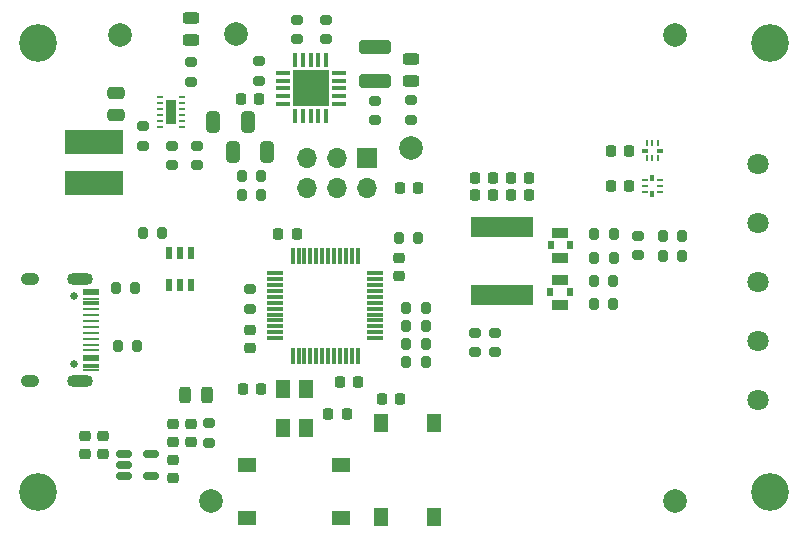
<source format=gbr>
%TF.GenerationSoftware,KiCad,Pcbnew,8.0.5*%
%TF.CreationDate,2024-10-07T09:03:38+02:00*%
%TF.ProjectId,ADC_Klipper_Board,4144435f-4b6c-4697-9070-65725f426f61,rev?*%
%TF.SameCoordinates,Original*%
%TF.FileFunction,Soldermask,Top*%
%TF.FilePolarity,Negative*%
%FSLAX46Y46*%
G04 Gerber Fmt 4.6, Leading zero omitted, Abs format (unit mm)*
G04 Created by KiCad (PCBNEW 8.0.5) date 2024-10-07 09:03:38*
%MOMM*%
%LPD*%
G01*
G04 APERTURE LIST*
G04 Aperture macros list*
%AMRoundRect*
0 Rectangle with rounded corners*
0 $1 Rounding radius*
0 $2 $3 $4 $5 $6 $7 $8 $9 X,Y pos of 4 corners*
0 Add a 4 corners polygon primitive as box body*
4,1,4,$2,$3,$4,$5,$6,$7,$8,$9,$2,$3,0*
0 Add four circle primitives for the rounded corners*
1,1,$1+$1,$2,$3*
1,1,$1+$1,$4,$5*
1,1,$1+$1,$6,$7*
1,1,$1+$1,$8,$9*
0 Add four rect primitives between the rounded corners*
20,1,$1+$1,$2,$3,$4,$5,0*
20,1,$1+$1,$4,$5,$6,$7,0*
20,1,$1+$1,$6,$7,$8,$9,0*
20,1,$1+$1,$8,$9,$2,$3,0*%
G04 Aperture macros list end*
%ADD10C,3.200000*%
%ADD11RoundRect,0.225000X0.225000X0.250000X-0.225000X0.250000X-0.225000X-0.250000X0.225000X-0.250000X0*%
%ADD12RoundRect,0.200000X-0.275000X0.200000X-0.275000X-0.200000X0.275000X-0.200000X0.275000X0.200000X0*%
%ADD13RoundRect,0.200000X0.200000X0.275000X-0.200000X0.275000X-0.200000X-0.275000X0.200000X-0.275000X0*%
%ADD14RoundRect,0.200000X-0.200000X-0.275000X0.200000X-0.275000X0.200000X0.275000X-0.200000X0.275000X0*%
%ADD15RoundRect,0.200000X0.275000X-0.200000X0.275000X0.200000X-0.275000X0.200000X-0.275000X-0.200000X0*%
%ADD16RoundRect,0.225000X0.250000X-0.225000X0.250000X0.225000X-0.250000X0.225000X-0.250000X-0.225000X0*%
%ADD17C,2.000000*%
%ADD18RoundRect,0.225000X-0.250000X0.225000X-0.250000X-0.225000X0.250000X-0.225000X0.250000X0.225000X0*%
%ADD19RoundRect,0.250000X-0.325000X-0.650000X0.325000X-0.650000X0.325000X0.650000X-0.325000X0.650000X0*%
%ADD20R,0.249999X0.549999*%
%ADD21R,0.200000X0.549999*%
%ADD22R,0.599999X0.299999*%
%ADD23RoundRect,0.225000X-0.225000X-0.250000X0.225000X-0.250000X0.225000X0.250000X-0.225000X0.250000X0*%
%ADD24RoundRect,0.243750X-0.456250X0.243750X-0.456250X-0.243750X0.456250X-0.243750X0.456250X0.243750X0*%
%ADD25R,1.549400X1.295400*%
%ADD26R,0.499999X0.249999*%
%ADD27R,0.900001X2.000001*%
%ADD28C,0.482600*%
%ADD29R,0.549999X0.249999*%
%ADD30R,0.549999X0.200000*%
%ADD31R,0.299999X0.599999*%
%ADD32RoundRect,0.076750X0.230250X-0.810250X0.230250X0.810250X-0.230250X0.810250X-0.230250X-0.810250X0*%
%ADD33R,1.473200X0.863600*%
%ADD34R,0.533400X0.685800*%
%ADD35C,1.803400*%
%ADD36R,0.558800X0.977900*%
%ADD37R,0.300000X1.475000*%
%ADD38R,1.475000X0.300000*%
%ADD39R,4.900001X2.100000*%
%ADD40RoundRect,0.250000X0.325000X0.650000X-0.325000X0.650000X-0.325000X-0.650000X0.325000X-0.650000X0*%
%ADD41RoundRect,0.250000X1.100000X-0.325000X1.100000X0.325000X-1.100000X0.325000X-1.100000X-0.325000X0*%
%ADD42C,0.670000*%
%ADD43R,1.450000X0.250000*%
%ADD44R,1.450000X0.300000*%
%ADD45RoundRect,0.500000X-0.600000X0.000010X-0.600000X-0.000010X0.600000X-0.000010X0.600000X0.000010X0*%
%ADD46RoundRect,0.500000X-0.300000X0.000010X-0.300000X-0.000010X0.300000X-0.000010X0.300000X0.000010X0*%
%ADD47R,1.295400X1.549400*%
%ADD48R,1.700000X1.700000*%
%ADD49O,1.700000X1.700000*%
%ADD50R,1.300000X1.600000*%
%ADD51RoundRect,0.150000X-0.512500X-0.150000X0.512500X-0.150000X0.512500X0.150000X-0.512500X0.150000X0*%
%ADD52RoundRect,0.243750X-0.243750X-0.456250X0.243750X-0.456250X0.243750X0.456250X-0.243750X0.456250X0*%
%ADD53R,1.207120X0.315831*%
%ADD54R,0.315831X1.207120*%
%ADD55R,3.149999X3.149999*%
%ADD56RoundRect,0.250000X0.475000X-0.250000X0.475000X0.250000X-0.475000X0.250000X-0.475000X-0.250000X0*%
G04 APERTURE END LIST*
D10*
%TO.C,H3*%
X97050000Y-94725000D03*
%TD*%
D11*
%TO.C,C14*%
X124165000Y-85400000D03*
X122615000Y-85400000D03*
%TD*%
D12*
%TO.C,R2*%
X110490000Y-65415000D03*
X110490000Y-67065000D03*
%TD*%
D13*
%TO.C,R12*%
X105250000Y-77450000D03*
X103600000Y-77450000D03*
%TD*%
D11*
%TO.C,C11*%
X123175000Y-88100000D03*
X121625000Y-88100000D03*
%TD*%
D14*
%TO.C,R11*%
X127588000Y-73200001D03*
X129238000Y-73200001D03*
%TD*%
%TO.C,R23*%
X128215000Y-79175001D03*
X129865000Y-79175001D03*
%TD*%
D15*
%TO.C,R1*%
X105950000Y-65410000D03*
X105950000Y-63760000D03*
%TD*%
D12*
%TO.C,R7*%
X115750000Y-58275000D03*
X115750000Y-59925000D03*
%TD*%
D16*
%TO.C,C4*%
X108500000Y-93575000D03*
X108500000Y-92025000D03*
%TD*%
D17*
%TO.C,TP2*%
X128600000Y-65600000D03*
%TD*%
D18*
%TO.C,C16*%
X127638000Y-74925001D03*
X127638000Y-76475001D03*
%TD*%
D12*
%TO.C,R3*%
X108400000Y-65400000D03*
X108400000Y-67050000D03*
%TD*%
D19*
%TO.C,C7*%
X111860000Y-63420000D03*
X114810000Y-63420000D03*
%TD*%
D20*
%TO.C,U5*%
X149559998Y-65182500D03*
D21*
X149059999Y-65182500D03*
D20*
X148560000Y-65182500D03*
D22*
X148409998Y-65832501D03*
D20*
X148560000Y-66482502D03*
D21*
X149059999Y-66482502D03*
D20*
X149559998Y-66482502D03*
D22*
X149710000Y-65832501D03*
%TD*%
D11*
%TO.C,C15*%
X127687002Y-86850000D03*
X126137002Y-86850000D03*
%TD*%
D23*
%TO.C,C17*%
X117375000Y-72860000D03*
X118925000Y-72860000D03*
%TD*%
D14*
%TO.C,R29*%
X144078401Y-78841599D03*
X145728401Y-78841599D03*
%TD*%
D24*
%TO.C,D3*%
X110000000Y-54625000D03*
X110000000Y-56500000D03*
%TD*%
D15*
%TO.C,R8*%
X118960000Y-56400001D03*
X118960000Y-54750001D03*
%TD*%
D14*
%TO.C,R17*%
X114300000Y-69600000D03*
X115950000Y-69600000D03*
%TD*%
D15*
%TO.C,R6*%
X110000000Y-60000000D03*
X110000000Y-58350000D03*
%TD*%
D16*
%TO.C,C3*%
X102500000Y-91500000D03*
X102500000Y-89950000D03*
%TD*%
D11*
%TO.C,C18*%
X129250000Y-69000000D03*
X127700000Y-69000000D03*
%TD*%
D14*
%TO.C,R28*%
X144078401Y-76841599D03*
X145728401Y-76841599D03*
%TD*%
D10*
%TO.C,H2*%
X159050000Y-56725000D03*
%TD*%
D17*
%TO.C,FID3*%
X151000000Y-56000000D03*
%TD*%
D10*
%TO.C,H1*%
X97050000Y-56725000D03*
%TD*%
D14*
%TO.C,R20*%
X128215000Y-83700001D03*
X129865000Y-83700001D03*
%TD*%
D17*
%TO.C,TP1*%
X113760000Y-55980000D03*
%TD*%
D23*
%TO.C,C22*%
X137050000Y-69620000D03*
X138600000Y-69620000D03*
%TD*%
D13*
%TO.C,R13*%
X105445000Y-82340000D03*
X103795000Y-82340000D03*
%TD*%
D25*
%TO.C,S2*%
X114712004Y-92411998D03*
X122662000Y-92411998D03*
X114712004Y-96912000D03*
X122662000Y-96912000D03*
%TD*%
D15*
%TO.C,R9*%
X121460000Y-56400001D03*
X121460000Y-54750001D03*
%TD*%
D11*
%TO.C,C21*%
X147070000Y-68820000D03*
X145520000Y-68820000D03*
%TD*%
D26*
%TO.C,U1*%
X107350002Y-61299999D03*
X107350002Y-61800001D03*
X107350002Y-62299999D03*
X107350002Y-62799999D03*
X107350002Y-63300000D03*
X107350002Y-63799999D03*
X109250001Y-63799999D03*
X109250001Y-63300000D03*
X109250001Y-62799999D03*
X109250001Y-62299999D03*
X109250001Y-61800001D03*
X109250001Y-61299999D03*
D27*
X108300003Y-62549999D03*
D28*
X108300000Y-61799998D03*
X108300000Y-62549999D03*
X108300000Y-63300000D03*
%TD*%
D17*
%TO.C,TP3*%
X111700000Y-95500000D03*
%TD*%
D13*
%TO.C,R26*%
X145770000Y-74880000D03*
X144120000Y-74880000D03*
%TD*%
D29*
%TO.C,U6*%
X148395000Y-68320001D03*
D30*
X148395000Y-68820000D03*
D29*
X148395000Y-69319999D03*
D31*
X149045001Y-69470001D03*
D29*
X149695002Y-69319999D03*
D30*
X149695002Y-68820000D03*
D29*
X149695002Y-68320001D03*
D31*
X149045001Y-68169999D03*
%TD*%
D32*
%TO.C,U4*%
X134025000Y-78070000D03*
X134675000Y-78070000D03*
X135325000Y-78070000D03*
X135975000Y-78070000D03*
X136625000Y-78070000D03*
X137275000Y-78070000D03*
X137925000Y-78070000D03*
X138575000Y-78070000D03*
X138575000Y-72330000D03*
X137925000Y-72330000D03*
X137275000Y-72330000D03*
X136625000Y-72330000D03*
X135975000Y-72330000D03*
X135325000Y-72330000D03*
X134675000Y-72330000D03*
X134025000Y-72330000D03*
%TD*%
D23*
%TO.C,C13*%
X114363000Y-86050001D03*
X115913000Y-86050001D03*
%TD*%
D11*
%TO.C,C25*%
X135550000Y-68120000D03*
X134000000Y-68120000D03*
%TD*%
D33*
%TO.C,U8*%
X141227901Y-78870000D03*
X141227901Y-76787200D03*
D34*
X140402401Y-77828600D03*
X142053401Y-77828600D03*
%TD*%
D15*
%TO.C,R4*%
X111500000Y-90575000D03*
X111500000Y-88925000D03*
%TD*%
D13*
%TO.C,R14*%
X107565000Y-72790000D03*
X105915000Y-72790000D03*
%TD*%
%TO.C,R25*%
X145770000Y-72880000D03*
X144120000Y-72880000D03*
%TD*%
D35*
%TO.C,J3*%
X157975000Y-66962500D03*
X157975000Y-71962500D03*
X157975000Y-76962500D03*
X157975000Y-81962501D03*
X157975000Y-86962501D03*
%TD*%
D16*
%TO.C,C6*%
X110000000Y-90525000D03*
X110000000Y-88975000D03*
%TD*%
D17*
%TO.C,FID2*%
X151000000Y-95500000D03*
%TD*%
D36*
%TO.C,CR1*%
X108099998Y-77230500D03*
X109049999Y-77230500D03*
X110000000Y-77230500D03*
X110000000Y-74500000D03*
X109049999Y-74500000D03*
X108099998Y-74500000D03*
%TD*%
D24*
%TO.C,D2*%
X128600000Y-58100000D03*
X128600000Y-59975000D03*
%TD*%
D11*
%TO.C,C9*%
X115750000Y-61425000D03*
X114200000Y-61425000D03*
%TD*%
D33*
%TO.C,U7*%
X141270000Y-74880000D03*
X141270000Y-72797200D03*
D34*
X140444500Y-73838600D03*
X142095500Y-73838600D03*
%TD*%
D16*
%TO.C,C12*%
X115013000Y-82550001D03*
X115013000Y-81000001D03*
%TD*%
D37*
%TO.C,IC1*%
X118600000Y-83200000D03*
X119100000Y-83200000D03*
X119600000Y-83200000D03*
X120100000Y-83200000D03*
X120600000Y-83200000D03*
X121100000Y-83200000D03*
X121600000Y-83200000D03*
X122100000Y-83200000D03*
X122600000Y-83200000D03*
X123100000Y-83200000D03*
X123600000Y-83200000D03*
X124100000Y-83200000D03*
D38*
X125588000Y-81712000D03*
X125588000Y-81212000D03*
X125588000Y-80712000D03*
X125588000Y-80212000D03*
X125588000Y-79712000D03*
X125588000Y-79212000D03*
X125588000Y-78712000D03*
X125588000Y-78212000D03*
X125588000Y-77712000D03*
X125588000Y-77212000D03*
X125588000Y-76712000D03*
X125588000Y-76212000D03*
D37*
X124100000Y-74724000D03*
X123600000Y-74724000D03*
X123100000Y-74724000D03*
X122600000Y-74724000D03*
X122100000Y-74724000D03*
X121600000Y-74724000D03*
X121100000Y-74724000D03*
X120600000Y-74724000D03*
X120100000Y-74724000D03*
X119600000Y-74724000D03*
X119100000Y-74724000D03*
X118600000Y-74724000D03*
D38*
X117112000Y-76212000D03*
X117112000Y-76712000D03*
X117112000Y-77212000D03*
X117112000Y-77712000D03*
X117112000Y-78212000D03*
X117112000Y-78712000D03*
X117112000Y-79212000D03*
X117112000Y-79712000D03*
X117112000Y-80212000D03*
X117112000Y-80712000D03*
X117112000Y-81212000D03*
X117112000Y-81712000D03*
%TD*%
D39*
%TO.C,L1*%
X101780000Y-65140000D03*
X101780000Y-68540000D03*
%TD*%
D16*
%TO.C,C5*%
X108500000Y-90525000D03*
X108500000Y-88975000D03*
%TD*%
D40*
%TO.C,C8*%
X116455000Y-65920000D03*
X113505000Y-65920000D03*
%TD*%
D16*
%TO.C,C2*%
X101000000Y-91500000D03*
X101000000Y-89950000D03*
%TD*%
D41*
%TO.C,C10*%
X125560000Y-59965001D03*
X125560000Y-57015001D03*
%TD*%
D23*
%TO.C,C23*%
X137050000Y-68120000D03*
X138600000Y-68120000D03*
%TD*%
D14*
%TO.C,R22*%
X128227000Y-80700000D03*
X129877000Y-80700000D03*
%TD*%
D11*
%TO.C,C24*%
X135550000Y-69620000D03*
X134000000Y-69620000D03*
%TD*%
D10*
%TO.C,H4*%
X159050000Y-94725000D03*
%TD*%
D15*
%TO.C,R21*%
X134075000Y-82887500D03*
X134075000Y-81237500D03*
%TD*%
D42*
%TO.C,J1*%
X100050000Y-78100000D03*
X100050000Y-83900000D03*
D43*
X101500000Y-77625000D03*
X101500000Y-78425000D03*
X101500000Y-79750000D03*
X101500000Y-80750000D03*
X101500000Y-81250000D03*
X101500000Y-82250000D03*
X101500000Y-83575000D03*
X101500000Y-84375000D03*
D44*
X101500000Y-84100000D03*
X101500000Y-83300000D03*
D43*
X101500000Y-82750000D03*
X101500000Y-81750000D03*
X101500000Y-80250000D03*
X101500000Y-79250000D03*
D44*
X101500000Y-78700000D03*
X101500000Y-77900000D03*
D45*
X100580000Y-76680000D03*
D46*
X96400000Y-76680000D03*
D45*
X100580000Y-85320000D03*
D46*
X96400000Y-85320000D03*
%TD*%
D15*
%TO.C,R5*%
X128600000Y-63200000D03*
X128600000Y-61550000D03*
%TD*%
D47*
%TO.C,S1*%
X130600002Y-88900000D03*
X130600002Y-96849996D03*
X126100000Y-88900000D03*
X126100000Y-96849996D03*
%TD*%
D15*
%TO.C,R19*%
X115012000Y-79237000D03*
X115012000Y-77587000D03*
%TD*%
D48*
%TO.C,J2*%
X124880000Y-66488001D03*
D49*
X124880000Y-69028001D03*
X122340000Y-66488001D03*
X122340000Y-69028001D03*
X119800000Y-66488001D03*
X119800000Y-69028001D03*
%TD*%
D50*
%TO.C,Y1*%
X117738000Y-89325001D03*
X117738000Y-86025001D03*
X119738000Y-86025001D03*
X119738000Y-89325001D03*
%TD*%
D51*
%TO.C,U2*%
X104327500Y-91520000D03*
X104327500Y-92470000D03*
X104327500Y-93420000D03*
X106602500Y-93420000D03*
X106602500Y-91520000D03*
%TD*%
D13*
%TO.C,R18*%
X115925000Y-68000000D03*
X114275000Y-68000000D03*
%TD*%
D12*
%TO.C,R27*%
X147870000Y-73045000D03*
X147870000Y-74695000D03*
%TD*%
D14*
%TO.C,R24*%
X128215000Y-82180001D03*
X129865000Y-82180001D03*
%TD*%
D13*
%TO.C,R30*%
X151595000Y-73060000D03*
X149945000Y-73060000D03*
%TD*%
%TO.C,R31*%
X151595000Y-74720000D03*
X149945000Y-74720000D03*
%TD*%
D52*
%TO.C,D1*%
X109462500Y-86500000D03*
X111337500Y-86500000D03*
%TD*%
D53*
%TO.C,U3*%
X122500550Y-61865001D03*
X122500550Y-61215000D03*
X122500550Y-60565001D03*
X122500550Y-59915000D03*
X122500550Y-59265001D03*
D54*
X121425000Y-58189451D03*
X120774999Y-58189451D03*
X120125000Y-58189451D03*
X119474999Y-58189451D03*
X118825000Y-58189451D03*
D53*
X117749450Y-59265001D03*
X117749450Y-59915000D03*
X117749450Y-60565001D03*
X117749450Y-61215000D03*
X117749450Y-61865001D03*
D54*
X118825000Y-62940551D03*
X119474999Y-62940551D03*
X120125000Y-62940551D03*
X120774999Y-62940551D03*
X121425000Y-62940551D03*
D55*
X120125000Y-60565001D03*
%TD*%
D15*
%TO.C,R10*%
X125600000Y-63250000D03*
X125600000Y-61600000D03*
%TD*%
D11*
%TO.C,C20*%
X147060000Y-65832501D03*
X145510000Y-65832501D03*
%TD*%
D56*
%TO.C,C1*%
X103600000Y-62850000D03*
X103600000Y-60950000D03*
%TD*%
D15*
%TO.C,R33*%
X135750000Y-82887501D03*
X135750000Y-81237501D03*
%TD*%
D17*
%TO.C,FID1*%
X104000000Y-56000000D03*
%TD*%
M02*

</source>
